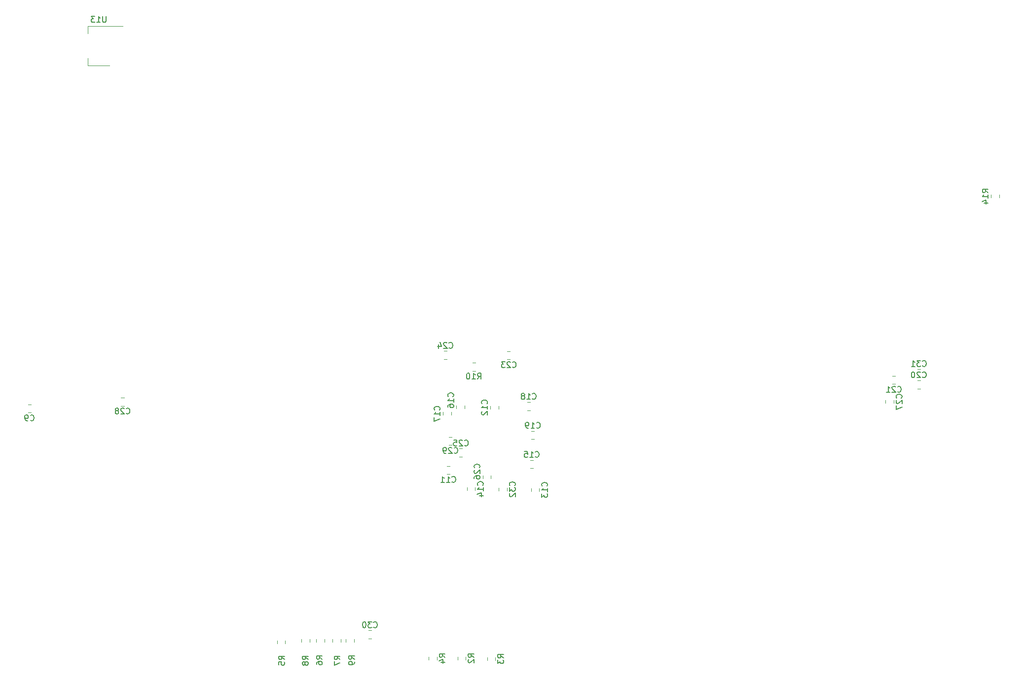
<source format=gbr>
G04 #@! TF.GenerationSoftware,KiCad,Pcbnew,5.0.2-bee76a0~70~ubuntu16.04.1*
G04 #@! TF.CreationDate,2021-08-21T15:35:53+02:00*
G04 #@! TF.ProjectId,IPCMemoryExpansionBoard,4950434d-656d-46f7-9279-457870616e73,rev?*
G04 #@! TF.SameCoordinates,Original*
G04 #@! TF.FileFunction,Legend,Bot*
G04 #@! TF.FilePolarity,Positive*
%FSLAX46Y46*%
G04 Gerber Fmt 4.6, Leading zero omitted, Abs format (unit mm)*
G04 Created by KiCad (PCBNEW 5.0.2-bee76a0~70~ubuntu16.04.1) date lör 21 aug 2021 15:35:53*
%MOMM*%
%LPD*%
G01*
G04 APERTURE LIST*
%ADD10C,0.120000*%
%ADD11C,0.150000*%
G04 APERTURE END LIST*
D10*
G04 #@! TO.C,R14*
X205030000Y-62984748D02*
X205030000Y-63507252D01*
X206450000Y-62984748D02*
X206450000Y-63507252D01*
G04 #@! TO.C,C9*
X39709348Y-100430400D02*
X40231852Y-100430400D01*
X39709348Y-99010400D02*
X40231852Y-99010400D01*
G04 #@! TO.C,C11*
X111609348Y-109576800D02*
X112131852Y-109576800D01*
X111609348Y-110996800D02*
X112131852Y-110996800D01*
G04 #@! TO.C,C12*
X119076400Y-99264948D02*
X119076400Y-99787452D01*
X120496400Y-99264948D02*
X120496400Y-99787452D01*
G04 #@! TO.C,C13*
X126086800Y-113942652D02*
X126086800Y-113420148D01*
X127506800Y-113942652D02*
X127506800Y-113420148D01*
G04 #@! TO.C,C14*
X116483200Y-113801252D02*
X116483200Y-113278748D01*
X115063200Y-113801252D02*
X115063200Y-113278748D01*
G04 #@! TO.C,C15*
X126439452Y-109980800D02*
X125916948Y-109980800D01*
X126439452Y-108560800D02*
X125916948Y-108560800D01*
G04 #@! TO.C,C16*
X113234400Y-99214148D02*
X113234400Y-99736652D01*
X114654400Y-99214148D02*
X114654400Y-99736652D01*
G04 #@! TO.C,C17*
X112368400Y-100331748D02*
X112368400Y-100854252D01*
X110948400Y-100331748D02*
X110948400Y-100854252D01*
G04 #@! TO.C,C18*
X125931452Y-98604000D02*
X125408948Y-98604000D01*
X125931452Y-100024000D02*
X125408948Y-100024000D01*
G04 #@! TO.C,C19*
X126642652Y-105002400D02*
X126120148Y-105002400D01*
X126642652Y-103582400D02*
X126120148Y-103582400D01*
G04 #@! TO.C,C20*
X192885852Y-94895600D02*
X192363348Y-94895600D01*
X192885852Y-96315600D02*
X192363348Y-96315600D01*
G04 #@! TO.C,C21*
X188088748Y-94095500D02*
X188611252Y-94095500D01*
X188088748Y-95515500D02*
X188611252Y-95515500D01*
G04 #@! TO.C,C23*
X121988948Y-89866400D02*
X122511452Y-89866400D01*
X121988948Y-91286400D02*
X122511452Y-91286400D01*
G04 #@! TO.C,C24*
X111631252Y-89841000D02*
X111108748Y-89841000D01*
X111631252Y-91261000D02*
X111108748Y-91261000D01*
G04 #@! TO.C,C25*
X114298252Y-106605000D02*
X113775748Y-106605000D01*
X114298252Y-108025000D02*
X113775748Y-108025000D01*
G04 #@! TO.C,C26*
X119201000Y-111244748D02*
X119201000Y-111767252D01*
X117781000Y-111244748D02*
X117781000Y-111767252D01*
G04 #@! TO.C,C27*
X186932500Y-98804252D02*
X186932500Y-98281748D01*
X188352500Y-98804252D02*
X188352500Y-98281748D01*
G04 #@! TO.C,C28*
X55703748Y-97830000D02*
X56226252Y-97830000D01*
X55703748Y-99250000D02*
X56226252Y-99250000D01*
G04 #@! TO.C,C29*
X111964948Y-106018400D02*
X112487452Y-106018400D01*
X111964948Y-104598400D02*
X112487452Y-104598400D01*
G04 #@! TO.C,C30*
X98677252Y-139267000D02*
X98154748Y-139267000D01*
X98677252Y-137847000D02*
X98154748Y-137847000D01*
G04 #@! TO.C,C31*
X192903852Y-92965200D02*
X192381348Y-92965200D01*
X192903852Y-94385200D02*
X192381348Y-94385200D01*
G04 #@! TO.C,C32*
X121969600Y-113850052D02*
X121969600Y-113327548D01*
X120549600Y-113850052D02*
X120549600Y-113327548D01*
G04 #@! TO.C,R2*
X114883000Y-142873252D02*
X114883000Y-142350748D01*
X113463000Y-142873252D02*
X113463000Y-142350748D01*
G04 #@! TO.C,R3*
X118543000Y-143000252D02*
X118543000Y-142477748D01*
X119963000Y-143000252D02*
X119963000Y-142477748D01*
G04 #@! TO.C,R4*
X109930000Y-142873252D02*
X109930000Y-142350748D01*
X108510000Y-142873252D02*
X108510000Y-142350748D01*
G04 #@! TO.C,R5*
X83895000Y-139574748D02*
X83895000Y-140097252D01*
X82475000Y-139574748D02*
X82475000Y-140097252D01*
G04 #@! TO.C,R6*
X89206000Y-139302748D02*
X89206000Y-139825252D01*
X90626000Y-139302748D02*
X90626000Y-139825252D01*
G04 #@! TO.C,R7*
X93420000Y-139302748D02*
X93420000Y-139825252D01*
X92000000Y-139302748D02*
X92000000Y-139825252D01*
G04 #@! TO.C,R8*
X88086000Y-139825252D02*
X88086000Y-139302748D01*
X86666000Y-139825252D02*
X86666000Y-139302748D01*
G04 #@! TO.C,R9*
X94286000Y-139320748D02*
X94286000Y-139843252D01*
X95706000Y-139320748D02*
X95706000Y-139843252D01*
G04 #@! TO.C,R10*
X115993748Y-91830000D02*
X116516252Y-91830000D01*
X115993748Y-93250000D02*
X116516252Y-93250000D01*
G04 #@! TO.C,U13*
X49969500Y-40811500D02*
X49969500Y-39551500D01*
X49969500Y-33991500D02*
X49969500Y-35251500D01*
X53729500Y-40811500D02*
X49969500Y-40811500D01*
X55979500Y-33991500D02*
X49969500Y-33991500D01*
G04 #@! TO.C,R14*
D11*
X204542380Y-62603142D02*
X204066190Y-62269809D01*
X204542380Y-62031714D02*
X203542380Y-62031714D01*
X203542380Y-62412666D01*
X203590000Y-62507904D01*
X203637619Y-62555523D01*
X203732857Y-62603142D01*
X203875714Y-62603142D01*
X203970952Y-62555523D01*
X204018571Y-62507904D01*
X204066190Y-62412666D01*
X204066190Y-62031714D01*
X204542380Y-63555523D02*
X204542380Y-62984095D01*
X204542380Y-63269809D02*
X203542380Y-63269809D01*
X203685238Y-63174571D01*
X203780476Y-63079333D01*
X203828095Y-62984095D01*
X203875714Y-64412666D02*
X204542380Y-64412666D01*
X203494761Y-64174571D02*
X204209047Y-63936476D01*
X204209047Y-64555523D01*
G04 #@! TO.C,C9*
X40137266Y-101727542D02*
X40184885Y-101775161D01*
X40327742Y-101822780D01*
X40422980Y-101822780D01*
X40565838Y-101775161D01*
X40661076Y-101679923D01*
X40708695Y-101584685D01*
X40756314Y-101394209D01*
X40756314Y-101251352D01*
X40708695Y-101060876D01*
X40661076Y-100965638D01*
X40565838Y-100870400D01*
X40422980Y-100822780D01*
X40327742Y-100822780D01*
X40184885Y-100870400D01*
X40137266Y-100918019D01*
X39661076Y-101822780D02*
X39470600Y-101822780D01*
X39375361Y-101775161D01*
X39327742Y-101727542D01*
X39232504Y-101584685D01*
X39184885Y-101394209D01*
X39184885Y-101013257D01*
X39232504Y-100918019D01*
X39280123Y-100870400D01*
X39375361Y-100822780D01*
X39565838Y-100822780D01*
X39661076Y-100870400D01*
X39708695Y-100918019D01*
X39756314Y-101013257D01*
X39756314Y-101251352D01*
X39708695Y-101346590D01*
X39661076Y-101394209D01*
X39565838Y-101441828D01*
X39375361Y-101441828D01*
X39280123Y-101394209D01*
X39232504Y-101346590D01*
X39184885Y-101251352D01*
G04 #@! TO.C,C11*
X112513457Y-112293942D02*
X112561076Y-112341561D01*
X112703933Y-112389180D01*
X112799171Y-112389180D01*
X112942028Y-112341561D01*
X113037266Y-112246323D01*
X113084885Y-112151085D01*
X113132504Y-111960609D01*
X113132504Y-111817752D01*
X113084885Y-111627276D01*
X113037266Y-111532038D01*
X112942028Y-111436800D01*
X112799171Y-111389180D01*
X112703933Y-111389180D01*
X112561076Y-111436800D01*
X112513457Y-111484419D01*
X111561076Y-112389180D02*
X112132504Y-112389180D01*
X111846790Y-112389180D02*
X111846790Y-111389180D01*
X111942028Y-111532038D01*
X112037266Y-111627276D01*
X112132504Y-111674895D01*
X110608695Y-112389180D02*
X111180123Y-112389180D01*
X110894409Y-112389180D02*
X110894409Y-111389180D01*
X110989647Y-111532038D01*
X111084885Y-111627276D01*
X111180123Y-111674895D01*
G04 #@! TO.C,C12*
X118493542Y-98883342D02*
X118541161Y-98835723D01*
X118588780Y-98692866D01*
X118588780Y-98597628D01*
X118541161Y-98454771D01*
X118445923Y-98359533D01*
X118350685Y-98311914D01*
X118160209Y-98264295D01*
X118017352Y-98264295D01*
X117826876Y-98311914D01*
X117731638Y-98359533D01*
X117636400Y-98454771D01*
X117588780Y-98597628D01*
X117588780Y-98692866D01*
X117636400Y-98835723D01*
X117684019Y-98883342D01*
X118588780Y-99835723D02*
X118588780Y-99264295D01*
X118588780Y-99550009D02*
X117588780Y-99550009D01*
X117731638Y-99454771D01*
X117826876Y-99359533D01*
X117874495Y-99264295D01*
X117684019Y-100216676D02*
X117636400Y-100264295D01*
X117588780Y-100359533D01*
X117588780Y-100597628D01*
X117636400Y-100692866D01*
X117684019Y-100740485D01*
X117779257Y-100788104D01*
X117874495Y-100788104D01*
X118017352Y-100740485D01*
X118588780Y-100169057D01*
X118588780Y-100788104D01*
G04 #@! TO.C,C13*
X128803942Y-113038542D02*
X128851561Y-112990923D01*
X128899180Y-112848066D01*
X128899180Y-112752828D01*
X128851561Y-112609971D01*
X128756323Y-112514733D01*
X128661085Y-112467114D01*
X128470609Y-112419495D01*
X128327752Y-112419495D01*
X128137276Y-112467114D01*
X128042038Y-112514733D01*
X127946800Y-112609971D01*
X127899180Y-112752828D01*
X127899180Y-112848066D01*
X127946800Y-112990923D01*
X127994419Y-113038542D01*
X128899180Y-113990923D02*
X128899180Y-113419495D01*
X128899180Y-113705209D02*
X127899180Y-113705209D01*
X128042038Y-113609971D01*
X128137276Y-113514733D01*
X128184895Y-113419495D01*
X127899180Y-114324257D02*
X127899180Y-114943304D01*
X128280133Y-114609971D01*
X128280133Y-114752828D01*
X128327752Y-114848066D01*
X128375371Y-114895685D01*
X128470609Y-114943304D01*
X128708704Y-114943304D01*
X128803942Y-114895685D01*
X128851561Y-114848066D01*
X128899180Y-114752828D01*
X128899180Y-114467114D01*
X128851561Y-114371876D01*
X128803942Y-114324257D01*
G04 #@! TO.C,C14*
X117780342Y-112897142D02*
X117827961Y-112849523D01*
X117875580Y-112706666D01*
X117875580Y-112611428D01*
X117827961Y-112468571D01*
X117732723Y-112373333D01*
X117637485Y-112325714D01*
X117447009Y-112278095D01*
X117304152Y-112278095D01*
X117113676Y-112325714D01*
X117018438Y-112373333D01*
X116923200Y-112468571D01*
X116875580Y-112611428D01*
X116875580Y-112706666D01*
X116923200Y-112849523D01*
X116970819Y-112897142D01*
X117875580Y-113849523D02*
X117875580Y-113278095D01*
X117875580Y-113563809D02*
X116875580Y-113563809D01*
X117018438Y-113468571D01*
X117113676Y-113373333D01*
X117161295Y-113278095D01*
X117208914Y-114706666D02*
X117875580Y-114706666D01*
X116827961Y-114468571D02*
X117542247Y-114230476D01*
X117542247Y-114849523D01*
G04 #@! TO.C,C15*
X126821057Y-107977942D02*
X126868676Y-108025561D01*
X127011533Y-108073180D01*
X127106771Y-108073180D01*
X127249628Y-108025561D01*
X127344866Y-107930323D01*
X127392485Y-107835085D01*
X127440104Y-107644609D01*
X127440104Y-107501752D01*
X127392485Y-107311276D01*
X127344866Y-107216038D01*
X127249628Y-107120800D01*
X127106771Y-107073180D01*
X127011533Y-107073180D01*
X126868676Y-107120800D01*
X126821057Y-107168419D01*
X125868676Y-108073180D02*
X126440104Y-108073180D01*
X126154390Y-108073180D02*
X126154390Y-107073180D01*
X126249628Y-107216038D01*
X126344866Y-107311276D01*
X126440104Y-107358895D01*
X124963914Y-107073180D02*
X125440104Y-107073180D01*
X125487723Y-107549371D01*
X125440104Y-107501752D01*
X125344866Y-107454133D01*
X125106771Y-107454133D01*
X125011533Y-107501752D01*
X124963914Y-107549371D01*
X124916295Y-107644609D01*
X124916295Y-107882704D01*
X124963914Y-107977942D01*
X125011533Y-108025561D01*
X125106771Y-108073180D01*
X125344866Y-108073180D01*
X125440104Y-108025561D01*
X125487723Y-107977942D01*
G04 #@! TO.C,C16*
X112688642Y-97655142D02*
X112736261Y-97607523D01*
X112783880Y-97464666D01*
X112783880Y-97369428D01*
X112736261Y-97226571D01*
X112641023Y-97131333D01*
X112545785Y-97083714D01*
X112355309Y-97036095D01*
X112212452Y-97036095D01*
X112021976Y-97083714D01*
X111926738Y-97131333D01*
X111831500Y-97226571D01*
X111783880Y-97369428D01*
X111783880Y-97464666D01*
X111831500Y-97607523D01*
X111879119Y-97655142D01*
X112783880Y-98607523D02*
X112783880Y-98036095D01*
X112783880Y-98321809D02*
X111783880Y-98321809D01*
X111926738Y-98226571D01*
X112021976Y-98131333D01*
X112069595Y-98036095D01*
X111783880Y-99464666D02*
X111783880Y-99274190D01*
X111831500Y-99178952D01*
X111879119Y-99131333D01*
X112021976Y-99036095D01*
X112212452Y-98988476D01*
X112593404Y-98988476D01*
X112688642Y-99036095D01*
X112736261Y-99083714D01*
X112783880Y-99178952D01*
X112783880Y-99369428D01*
X112736261Y-99464666D01*
X112688642Y-99512285D01*
X112593404Y-99559904D01*
X112355309Y-99559904D01*
X112260071Y-99512285D01*
X112212452Y-99464666D01*
X112164833Y-99369428D01*
X112164833Y-99178952D01*
X112212452Y-99083714D01*
X112260071Y-99036095D01*
X112355309Y-98988476D01*
G04 #@! TO.C,C17*
X110365542Y-99950142D02*
X110413161Y-99902523D01*
X110460780Y-99759666D01*
X110460780Y-99664428D01*
X110413161Y-99521571D01*
X110317923Y-99426333D01*
X110222685Y-99378714D01*
X110032209Y-99331095D01*
X109889352Y-99331095D01*
X109698876Y-99378714D01*
X109603638Y-99426333D01*
X109508400Y-99521571D01*
X109460780Y-99664428D01*
X109460780Y-99759666D01*
X109508400Y-99902523D01*
X109556019Y-99950142D01*
X110460780Y-100902523D02*
X110460780Y-100331095D01*
X110460780Y-100616809D02*
X109460780Y-100616809D01*
X109603638Y-100521571D01*
X109698876Y-100426333D01*
X109746495Y-100331095D01*
X109460780Y-101235857D02*
X109460780Y-101902523D01*
X110460780Y-101473952D01*
G04 #@! TO.C,C18*
X126313057Y-98021142D02*
X126360676Y-98068761D01*
X126503533Y-98116380D01*
X126598771Y-98116380D01*
X126741628Y-98068761D01*
X126836866Y-97973523D01*
X126884485Y-97878285D01*
X126932104Y-97687809D01*
X126932104Y-97544952D01*
X126884485Y-97354476D01*
X126836866Y-97259238D01*
X126741628Y-97164000D01*
X126598771Y-97116380D01*
X126503533Y-97116380D01*
X126360676Y-97164000D01*
X126313057Y-97211619D01*
X125360676Y-98116380D02*
X125932104Y-98116380D01*
X125646390Y-98116380D02*
X125646390Y-97116380D01*
X125741628Y-97259238D01*
X125836866Y-97354476D01*
X125932104Y-97402095D01*
X124789247Y-97544952D02*
X124884485Y-97497333D01*
X124932104Y-97449714D01*
X124979723Y-97354476D01*
X124979723Y-97306857D01*
X124932104Y-97211619D01*
X124884485Y-97164000D01*
X124789247Y-97116380D01*
X124598771Y-97116380D01*
X124503533Y-97164000D01*
X124455914Y-97211619D01*
X124408295Y-97306857D01*
X124408295Y-97354476D01*
X124455914Y-97449714D01*
X124503533Y-97497333D01*
X124598771Y-97544952D01*
X124789247Y-97544952D01*
X124884485Y-97592571D01*
X124932104Y-97640190D01*
X124979723Y-97735428D01*
X124979723Y-97925904D01*
X124932104Y-98021142D01*
X124884485Y-98068761D01*
X124789247Y-98116380D01*
X124598771Y-98116380D01*
X124503533Y-98068761D01*
X124455914Y-98021142D01*
X124408295Y-97925904D01*
X124408295Y-97735428D01*
X124455914Y-97640190D01*
X124503533Y-97592571D01*
X124598771Y-97544952D01*
G04 #@! TO.C,C19*
X127024257Y-102999542D02*
X127071876Y-103047161D01*
X127214733Y-103094780D01*
X127309971Y-103094780D01*
X127452828Y-103047161D01*
X127548066Y-102951923D01*
X127595685Y-102856685D01*
X127643304Y-102666209D01*
X127643304Y-102523352D01*
X127595685Y-102332876D01*
X127548066Y-102237638D01*
X127452828Y-102142400D01*
X127309971Y-102094780D01*
X127214733Y-102094780D01*
X127071876Y-102142400D01*
X127024257Y-102190019D01*
X126071876Y-103094780D02*
X126643304Y-103094780D01*
X126357590Y-103094780D02*
X126357590Y-102094780D01*
X126452828Y-102237638D01*
X126548066Y-102332876D01*
X126643304Y-102380495D01*
X125595685Y-103094780D02*
X125405209Y-103094780D01*
X125309971Y-103047161D01*
X125262352Y-102999542D01*
X125167114Y-102856685D01*
X125119495Y-102666209D01*
X125119495Y-102285257D01*
X125167114Y-102190019D01*
X125214733Y-102142400D01*
X125309971Y-102094780D01*
X125500447Y-102094780D01*
X125595685Y-102142400D01*
X125643304Y-102190019D01*
X125690923Y-102285257D01*
X125690923Y-102523352D01*
X125643304Y-102618590D01*
X125595685Y-102666209D01*
X125500447Y-102713828D01*
X125309971Y-102713828D01*
X125214733Y-102666209D01*
X125167114Y-102618590D01*
X125119495Y-102523352D01*
G04 #@! TO.C,C20*
X193267457Y-94312742D02*
X193315076Y-94360361D01*
X193457933Y-94407980D01*
X193553171Y-94407980D01*
X193696028Y-94360361D01*
X193791266Y-94265123D01*
X193838885Y-94169885D01*
X193886504Y-93979409D01*
X193886504Y-93836552D01*
X193838885Y-93646076D01*
X193791266Y-93550838D01*
X193696028Y-93455600D01*
X193553171Y-93407980D01*
X193457933Y-93407980D01*
X193315076Y-93455600D01*
X193267457Y-93503219D01*
X192886504Y-93503219D02*
X192838885Y-93455600D01*
X192743647Y-93407980D01*
X192505552Y-93407980D01*
X192410314Y-93455600D01*
X192362695Y-93503219D01*
X192315076Y-93598457D01*
X192315076Y-93693695D01*
X192362695Y-93836552D01*
X192934123Y-94407980D01*
X192315076Y-94407980D01*
X191696028Y-93407980D02*
X191600790Y-93407980D01*
X191505552Y-93455600D01*
X191457933Y-93503219D01*
X191410314Y-93598457D01*
X191362695Y-93788933D01*
X191362695Y-94027028D01*
X191410314Y-94217504D01*
X191457933Y-94312742D01*
X191505552Y-94360361D01*
X191600790Y-94407980D01*
X191696028Y-94407980D01*
X191791266Y-94360361D01*
X191838885Y-94312742D01*
X191886504Y-94217504D01*
X191934123Y-94027028D01*
X191934123Y-93788933D01*
X191886504Y-93598457D01*
X191838885Y-93503219D01*
X191791266Y-93455600D01*
X191696028Y-93407980D01*
G04 #@! TO.C,C21*
X188992857Y-96812642D02*
X189040476Y-96860261D01*
X189183333Y-96907880D01*
X189278571Y-96907880D01*
X189421428Y-96860261D01*
X189516666Y-96765023D01*
X189564285Y-96669785D01*
X189611904Y-96479309D01*
X189611904Y-96336452D01*
X189564285Y-96145976D01*
X189516666Y-96050738D01*
X189421428Y-95955500D01*
X189278571Y-95907880D01*
X189183333Y-95907880D01*
X189040476Y-95955500D01*
X188992857Y-96003119D01*
X188611904Y-96003119D02*
X188564285Y-95955500D01*
X188469047Y-95907880D01*
X188230952Y-95907880D01*
X188135714Y-95955500D01*
X188088095Y-96003119D01*
X188040476Y-96098357D01*
X188040476Y-96193595D01*
X188088095Y-96336452D01*
X188659523Y-96907880D01*
X188040476Y-96907880D01*
X187088095Y-96907880D02*
X187659523Y-96907880D01*
X187373809Y-96907880D02*
X187373809Y-95907880D01*
X187469047Y-96050738D01*
X187564285Y-96145976D01*
X187659523Y-96193595D01*
G04 #@! TO.C,C23*
X122893057Y-92583542D02*
X122940676Y-92631161D01*
X123083533Y-92678780D01*
X123178771Y-92678780D01*
X123321628Y-92631161D01*
X123416866Y-92535923D01*
X123464485Y-92440685D01*
X123512104Y-92250209D01*
X123512104Y-92107352D01*
X123464485Y-91916876D01*
X123416866Y-91821638D01*
X123321628Y-91726400D01*
X123178771Y-91678780D01*
X123083533Y-91678780D01*
X122940676Y-91726400D01*
X122893057Y-91774019D01*
X122512104Y-91774019D02*
X122464485Y-91726400D01*
X122369247Y-91678780D01*
X122131152Y-91678780D01*
X122035914Y-91726400D01*
X121988295Y-91774019D01*
X121940676Y-91869257D01*
X121940676Y-91964495D01*
X121988295Y-92107352D01*
X122559723Y-92678780D01*
X121940676Y-92678780D01*
X121607342Y-91678780D02*
X120988295Y-91678780D01*
X121321628Y-92059733D01*
X121178771Y-92059733D01*
X121083533Y-92107352D01*
X121035914Y-92154971D01*
X120988295Y-92250209D01*
X120988295Y-92488304D01*
X121035914Y-92583542D01*
X121083533Y-92631161D01*
X121178771Y-92678780D01*
X121464485Y-92678780D01*
X121559723Y-92631161D01*
X121607342Y-92583542D01*
G04 #@! TO.C,C24*
X112012857Y-89258142D02*
X112060476Y-89305761D01*
X112203333Y-89353380D01*
X112298571Y-89353380D01*
X112441428Y-89305761D01*
X112536666Y-89210523D01*
X112584285Y-89115285D01*
X112631904Y-88924809D01*
X112631904Y-88781952D01*
X112584285Y-88591476D01*
X112536666Y-88496238D01*
X112441428Y-88401000D01*
X112298571Y-88353380D01*
X112203333Y-88353380D01*
X112060476Y-88401000D01*
X112012857Y-88448619D01*
X111631904Y-88448619D02*
X111584285Y-88401000D01*
X111489047Y-88353380D01*
X111250952Y-88353380D01*
X111155714Y-88401000D01*
X111108095Y-88448619D01*
X111060476Y-88543857D01*
X111060476Y-88639095D01*
X111108095Y-88781952D01*
X111679523Y-89353380D01*
X111060476Y-89353380D01*
X110203333Y-88686714D02*
X110203333Y-89353380D01*
X110441428Y-88305761D02*
X110679523Y-89020047D01*
X110060476Y-89020047D01*
G04 #@! TO.C,C25*
X114679857Y-106022142D02*
X114727476Y-106069761D01*
X114870333Y-106117380D01*
X114965571Y-106117380D01*
X115108428Y-106069761D01*
X115203666Y-105974523D01*
X115251285Y-105879285D01*
X115298904Y-105688809D01*
X115298904Y-105545952D01*
X115251285Y-105355476D01*
X115203666Y-105260238D01*
X115108428Y-105165000D01*
X114965571Y-105117380D01*
X114870333Y-105117380D01*
X114727476Y-105165000D01*
X114679857Y-105212619D01*
X114298904Y-105212619D02*
X114251285Y-105165000D01*
X114156047Y-105117380D01*
X113917952Y-105117380D01*
X113822714Y-105165000D01*
X113775095Y-105212619D01*
X113727476Y-105307857D01*
X113727476Y-105403095D01*
X113775095Y-105545952D01*
X114346523Y-106117380D01*
X113727476Y-106117380D01*
X112822714Y-105117380D02*
X113298904Y-105117380D01*
X113346523Y-105593571D01*
X113298904Y-105545952D01*
X113203666Y-105498333D01*
X112965571Y-105498333D01*
X112870333Y-105545952D01*
X112822714Y-105593571D01*
X112775095Y-105688809D01*
X112775095Y-105926904D01*
X112822714Y-106022142D01*
X112870333Y-106069761D01*
X112965571Y-106117380D01*
X113203666Y-106117380D01*
X113298904Y-106069761D01*
X113346523Y-106022142D01*
G04 #@! TO.C,C26*
X117197142Y-109910642D02*
X117244761Y-109863023D01*
X117292380Y-109720166D01*
X117292380Y-109624928D01*
X117244761Y-109482071D01*
X117149523Y-109386833D01*
X117054285Y-109339214D01*
X116863809Y-109291595D01*
X116720952Y-109291595D01*
X116530476Y-109339214D01*
X116435238Y-109386833D01*
X116340000Y-109482071D01*
X116292380Y-109624928D01*
X116292380Y-109720166D01*
X116340000Y-109863023D01*
X116387619Y-109910642D01*
X116387619Y-110291595D02*
X116340000Y-110339214D01*
X116292380Y-110434452D01*
X116292380Y-110672547D01*
X116340000Y-110767785D01*
X116387619Y-110815404D01*
X116482857Y-110863023D01*
X116578095Y-110863023D01*
X116720952Y-110815404D01*
X117292380Y-110243976D01*
X117292380Y-110863023D01*
X116292380Y-111720166D02*
X116292380Y-111529690D01*
X116340000Y-111434452D01*
X116387619Y-111386833D01*
X116530476Y-111291595D01*
X116720952Y-111243976D01*
X117101904Y-111243976D01*
X117197142Y-111291595D01*
X117244761Y-111339214D01*
X117292380Y-111434452D01*
X117292380Y-111624928D01*
X117244761Y-111720166D01*
X117197142Y-111767785D01*
X117101904Y-111815404D01*
X116863809Y-111815404D01*
X116768571Y-111767785D01*
X116720952Y-111720166D01*
X116673333Y-111624928D01*
X116673333Y-111434452D01*
X116720952Y-111339214D01*
X116768571Y-111291595D01*
X116863809Y-111243976D01*
G04 #@! TO.C,C27*
X189649642Y-97900142D02*
X189697261Y-97852523D01*
X189744880Y-97709666D01*
X189744880Y-97614428D01*
X189697261Y-97471571D01*
X189602023Y-97376333D01*
X189506785Y-97328714D01*
X189316309Y-97281095D01*
X189173452Y-97281095D01*
X188982976Y-97328714D01*
X188887738Y-97376333D01*
X188792500Y-97471571D01*
X188744880Y-97614428D01*
X188744880Y-97709666D01*
X188792500Y-97852523D01*
X188840119Y-97900142D01*
X188840119Y-98281095D02*
X188792500Y-98328714D01*
X188744880Y-98423952D01*
X188744880Y-98662047D01*
X188792500Y-98757285D01*
X188840119Y-98804904D01*
X188935357Y-98852523D01*
X189030595Y-98852523D01*
X189173452Y-98804904D01*
X189744880Y-98233476D01*
X189744880Y-98852523D01*
X188744880Y-99185857D02*
X188744880Y-99852523D01*
X189744880Y-99423952D01*
G04 #@! TO.C,C28*
X56607857Y-100547142D02*
X56655476Y-100594761D01*
X56798333Y-100642380D01*
X56893571Y-100642380D01*
X57036428Y-100594761D01*
X57131666Y-100499523D01*
X57179285Y-100404285D01*
X57226904Y-100213809D01*
X57226904Y-100070952D01*
X57179285Y-99880476D01*
X57131666Y-99785238D01*
X57036428Y-99690000D01*
X56893571Y-99642380D01*
X56798333Y-99642380D01*
X56655476Y-99690000D01*
X56607857Y-99737619D01*
X56226904Y-99737619D02*
X56179285Y-99690000D01*
X56084047Y-99642380D01*
X55845952Y-99642380D01*
X55750714Y-99690000D01*
X55703095Y-99737619D01*
X55655476Y-99832857D01*
X55655476Y-99928095D01*
X55703095Y-100070952D01*
X56274523Y-100642380D01*
X55655476Y-100642380D01*
X55084047Y-100070952D02*
X55179285Y-100023333D01*
X55226904Y-99975714D01*
X55274523Y-99880476D01*
X55274523Y-99832857D01*
X55226904Y-99737619D01*
X55179285Y-99690000D01*
X55084047Y-99642380D01*
X54893571Y-99642380D01*
X54798333Y-99690000D01*
X54750714Y-99737619D01*
X54703095Y-99832857D01*
X54703095Y-99880476D01*
X54750714Y-99975714D01*
X54798333Y-100023333D01*
X54893571Y-100070952D01*
X55084047Y-100070952D01*
X55179285Y-100118571D01*
X55226904Y-100166190D01*
X55274523Y-100261428D01*
X55274523Y-100451904D01*
X55226904Y-100547142D01*
X55179285Y-100594761D01*
X55084047Y-100642380D01*
X54893571Y-100642380D01*
X54798333Y-100594761D01*
X54750714Y-100547142D01*
X54703095Y-100451904D01*
X54703095Y-100261428D01*
X54750714Y-100166190D01*
X54798333Y-100118571D01*
X54893571Y-100070952D01*
G04 #@! TO.C,C29*
X112869057Y-107315542D02*
X112916676Y-107363161D01*
X113059533Y-107410780D01*
X113154771Y-107410780D01*
X113297628Y-107363161D01*
X113392866Y-107267923D01*
X113440485Y-107172685D01*
X113488104Y-106982209D01*
X113488104Y-106839352D01*
X113440485Y-106648876D01*
X113392866Y-106553638D01*
X113297628Y-106458400D01*
X113154771Y-106410780D01*
X113059533Y-106410780D01*
X112916676Y-106458400D01*
X112869057Y-106506019D01*
X112488104Y-106506019D02*
X112440485Y-106458400D01*
X112345247Y-106410780D01*
X112107152Y-106410780D01*
X112011914Y-106458400D01*
X111964295Y-106506019D01*
X111916676Y-106601257D01*
X111916676Y-106696495D01*
X111964295Y-106839352D01*
X112535723Y-107410780D01*
X111916676Y-107410780D01*
X111440485Y-107410780D02*
X111250009Y-107410780D01*
X111154771Y-107363161D01*
X111107152Y-107315542D01*
X111011914Y-107172685D01*
X110964295Y-106982209D01*
X110964295Y-106601257D01*
X111011914Y-106506019D01*
X111059533Y-106458400D01*
X111154771Y-106410780D01*
X111345247Y-106410780D01*
X111440485Y-106458400D01*
X111488104Y-106506019D01*
X111535723Y-106601257D01*
X111535723Y-106839352D01*
X111488104Y-106934590D01*
X111440485Y-106982209D01*
X111345247Y-107029828D01*
X111154771Y-107029828D01*
X111059533Y-106982209D01*
X111011914Y-106934590D01*
X110964295Y-106839352D01*
G04 #@! TO.C,C30*
X99058857Y-137264142D02*
X99106476Y-137311761D01*
X99249333Y-137359380D01*
X99344571Y-137359380D01*
X99487428Y-137311761D01*
X99582666Y-137216523D01*
X99630285Y-137121285D01*
X99677904Y-136930809D01*
X99677904Y-136787952D01*
X99630285Y-136597476D01*
X99582666Y-136502238D01*
X99487428Y-136407000D01*
X99344571Y-136359380D01*
X99249333Y-136359380D01*
X99106476Y-136407000D01*
X99058857Y-136454619D01*
X98725523Y-136359380D02*
X98106476Y-136359380D01*
X98439809Y-136740333D01*
X98296952Y-136740333D01*
X98201714Y-136787952D01*
X98154095Y-136835571D01*
X98106476Y-136930809D01*
X98106476Y-137168904D01*
X98154095Y-137264142D01*
X98201714Y-137311761D01*
X98296952Y-137359380D01*
X98582666Y-137359380D01*
X98677904Y-137311761D01*
X98725523Y-137264142D01*
X97487428Y-136359380D02*
X97392190Y-136359380D01*
X97296952Y-136407000D01*
X97249333Y-136454619D01*
X97201714Y-136549857D01*
X97154095Y-136740333D01*
X97154095Y-136978428D01*
X97201714Y-137168904D01*
X97249333Y-137264142D01*
X97296952Y-137311761D01*
X97392190Y-137359380D01*
X97487428Y-137359380D01*
X97582666Y-137311761D01*
X97630285Y-137264142D01*
X97677904Y-137168904D01*
X97725523Y-136978428D01*
X97725523Y-136740333D01*
X97677904Y-136549857D01*
X97630285Y-136454619D01*
X97582666Y-136407000D01*
X97487428Y-136359380D01*
G04 #@! TO.C,C31*
X193285457Y-92382342D02*
X193333076Y-92429961D01*
X193475933Y-92477580D01*
X193571171Y-92477580D01*
X193714028Y-92429961D01*
X193809266Y-92334723D01*
X193856885Y-92239485D01*
X193904504Y-92049009D01*
X193904504Y-91906152D01*
X193856885Y-91715676D01*
X193809266Y-91620438D01*
X193714028Y-91525200D01*
X193571171Y-91477580D01*
X193475933Y-91477580D01*
X193333076Y-91525200D01*
X193285457Y-91572819D01*
X192952123Y-91477580D02*
X192333076Y-91477580D01*
X192666409Y-91858533D01*
X192523552Y-91858533D01*
X192428314Y-91906152D01*
X192380695Y-91953771D01*
X192333076Y-92049009D01*
X192333076Y-92287104D01*
X192380695Y-92382342D01*
X192428314Y-92429961D01*
X192523552Y-92477580D01*
X192809266Y-92477580D01*
X192904504Y-92429961D01*
X192952123Y-92382342D01*
X191380695Y-92477580D02*
X191952123Y-92477580D01*
X191666409Y-92477580D02*
X191666409Y-91477580D01*
X191761647Y-91620438D01*
X191856885Y-91715676D01*
X191952123Y-91763295D01*
G04 #@! TO.C,C32*
X123266742Y-112945942D02*
X123314361Y-112898323D01*
X123361980Y-112755466D01*
X123361980Y-112660228D01*
X123314361Y-112517371D01*
X123219123Y-112422133D01*
X123123885Y-112374514D01*
X122933409Y-112326895D01*
X122790552Y-112326895D01*
X122600076Y-112374514D01*
X122504838Y-112422133D01*
X122409600Y-112517371D01*
X122361980Y-112660228D01*
X122361980Y-112755466D01*
X122409600Y-112898323D01*
X122457219Y-112945942D01*
X122361980Y-113279276D02*
X122361980Y-113898323D01*
X122742933Y-113564990D01*
X122742933Y-113707847D01*
X122790552Y-113803085D01*
X122838171Y-113850704D01*
X122933409Y-113898323D01*
X123171504Y-113898323D01*
X123266742Y-113850704D01*
X123314361Y-113803085D01*
X123361980Y-113707847D01*
X123361980Y-113422133D01*
X123314361Y-113326895D01*
X123266742Y-113279276D01*
X122457219Y-114279276D02*
X122409600Y-114326895D01*
X122361980Y-114422133D01*
X122361980Y-114660228D01*
X122409600Y-114755466D01*
X122457219Y-114803085D01*
X122552457Y-114850704D01*
X122647695Y-114850704D01*
X122790552Y-114803085D01*
X123361980Y-114231657D01*
X123361980Y-114850704D01*
G04 #@! TO.C,R2*
X116275380Y-142445333D02*
X115799190Y-142112000D01*
X116275380Y-141873904D02*
X115275380Y-141873904D01*
X115275380Y-142254857D01*
X115323000Y-142350095D01*
X115370619Y-142397714D01*
X115465857Y-142445333D01*
X115608714Y-142445333D01*
X115703952Y-142397714D01*
X115751571Y-142350095D01*
X115799190Y-142254857D01*
X115799190Y-141873904D01*
X115370619Y-142826285D02*
X115323000Y-142873904D01*
X115275380Y-142969142D01*
X115275380Y-143207238D01*
X115323000Y-143302476D01*
X115370619Y-143350095D01*
X115465857Y-143397714D01*
X115561095Y-143397714D01*
X115703952Y-143350095D01*
X116275380Y-142778666D01*
X116275380Y-143397714D01*
G04 #@! TO.C,R3*
X121355380Y-142572333D02*
X120879190Y-142239000D01*
X121355380Y-142000904D02*
X120355380Y-142000904D01*
X120355380Y-142381857D01*
X120403000Y-142477095D01*
X120450619Y-142524714D01*
X120545857Y-142572333D01*
X120688714Y-142572333D01*
X120783952Y-142524714D01*
X120831571Y-142477095D01*
X120879190Y-142381857D01*
X120879190Y-142000904D01*
X120355380Y-142905666D02*
X120355380Y-143524714D01*
X120736333Y-143191380D01*
X120736333Y-143334238D01*
X120783952Y-143429476D01*
X120831571Y-143477095D01*
X120926809Y-143524714D01*
X121164904Y-143524714D01*
X121260142Y-143477095D01*
X121307761Y-143429476D01*
X121355380Y-143334238D01*
X121355380Y-143048523D01*
X121307761Y-142953285D01*
X121260142Y-142905666D01*
G04 #@! TO.C,R4*
X111322380Y-142445333D02*
X110846190Y-142112000D01*
X111322380Y-141873904D02*
X110322380Y-141873904D01*
X110322380Y-142254857D01*
X110370000Y-142350095D01*
X110417619Y-142397714D01*
X110512857Y-142445333D01*
X110655714Y-142445333D01*
X110750952Y-142397714D01*
X110798571Y-142350095D01*
X110846190Y-142254857D01*
X110846190Y-141873904D01*
X110655714Y-143302476D02*
X111322380Y-143302476D01*
X110274761Y-143064380D02*
X110989047Y-142826285D01*
X110989047Y-143445333D01*
G04 #@! TO.C,R5*
X83764380Y-142835333D02*
X83288190Y-142502000D01*
X83764380Y-142263904D02*
X82764380Y-142263904D01*
X82764380Y-142644857D01*
X82812000Y-142740095D01*
X82859619Y-142787714D01*
X82954857Y-142835333D01*
X83097714Y-142835333D01*
X83192952Y-142787714D01*
X83240571Y-142740095D01*
X83288190Y-142644857D01*
X83288190Y-142263904D01*
X82764380Y-143740095D02*
X82764380Y-143263904D01*
X83240571Y-143216285D01*
X83192952Y-143263904D01*
X83145333Y-143359142D01*
X83145333Y-143597238D01*
X83192952Y-143692476D01*
X83240571Y-143740095D01*
X83335809Y-143787714D01*
X83573904Y-143787714D01*
X83669142Y-143740095D01*
X83716761Y-143692476D01*
X83764380Y-143597238D01*
X83764380Y-143359142D01*
X83716761Y-143263904D01*
X83669142Y-143216285D01*
G04 #@! TO.C,R6*
X90241380Y-142771833D02*
X89765190Y-142438500D01*
X90241380Y-142200404D02*
X89241380Y-142200404D01*
X89241380Y-142581357D01*
X89289000Y-142676595D01*
X89336619Y-142724214D01*
X89431857Y-142771833D01*
X89574714Y-142771833D01*
X89669952Y-142724214D01*
X89717571Y-142676595D01*
X89765190Y-142581357D01*
X89765190Y-142200404D01*
X89241380Y-143628976D02*
X89241380Y-143438500D01*
X89289000Y-143343261D01*
X89336619Y-143295642D01*
X89479476Y-143200404D01*
X89669952Y-143152785D01*
X90050904Y-143152785D01*
X90146142Y-143200404D01*
X90193761Y-143248023D01*
X90241380Y-143343261D01*
X90241380Y-143533738D01*
X90193761Y-143628976D01*
X90146142Y-143676595D01*
X90050904Y-143724214D01*
X89812809Y-143724214D01*
X89717571Y-143676595D01*
X89669952Y-143628976D01*
X89622333Y-143533738D01*
X89622333Y-143343261D01*
X89669952Y-143248023D01*
X89717571Y-143200404D01*
X89812809Y-143152785D01*
G04 #@! TO.C,R7*
X93289380Y-142835333D02*
X92813190Y-142502000D01*
X93289380Y-142263904D02*
X92289380Y-142263904D01*
X92289380Y-142644857D01*
X92337000Y-142740095D01*
X92384619Y-142787714D01*
X92479857Y-142835333D01*
X92622714Y-142835333D01*
X92717952Y-142787714D01*
X92765571Y-142740095D01*
X92813190Y-142644857D01*
X92813190Y-142263904D01*
X92289380Y-143168666D02*
X92289380Y-143835333D01*
X93289380Y-143406761D01*
G04 #@! TO.C,R8*
X87828380Y-142835333D02*
X87352190Y-142502000D01*
X87828380Y-142263904D02*
X86828380Y-142263904D01*
X86828380Y-142644857D01*
X86876000Y-142740095D01*
X86923619Y-142787714D01*
X87018857Y-142835333D01*
X87161714Y-142835333D01*
X87256952Y-142787714D01*
X87304571Y-142740095D01*
X87352190Y-142644857D01*
X87352190Y-142263904D01*
X87256952Y-143406761D02*
X87209333Y-143311523D01*
X87161714Y-143263904D01*
X87066476Y-143216285D01*
X87018857Y-143216285D01*
X86923619Y-143263904D01*
X86876000Y-143311523D01*
X86828380Y-143406761D01*
X86828380Y-143597238D01*
X86876000Y-143692476D01*
X86923619Y-143740095D01*
X87018857Y-143787714D01*
X87066476Y-143787714D01*
X87161714Y-143740095D01*
X87209333Y-143692476D01*
X87256952Y-143597238D01*
X87256952Y-143406761D01*
X87304571Y-143311523D01*
X87352190Y-143263904D01*
X87447428Y-143216285D01*
X87637904Y-143216285D01*
X87733142Y-143263904D01*
X87780761Y-143311523D01*
X87828380Y-143406761D01*
X87828380Y-143597238D01*
X87780761Y-143692476D01*
X87733142Y-143740095D01*
X87637904Y-143787714D01*
X87447428Y-143787714D01*
X87352190Y-143740095D01*
X87304571Y-143692476D01*
X87256952Y-143597238D01*
G04 #@! TO.C,R9*
X95765880Y-142771833D02*
X95289690Y-142438500D01*
X95765880Y-142200404D02*
X94765880Y-142200404D01*
X94765880Y-142581357D01*
X94813500Y-142676595D01*
X94861119Y-142724214D01*
X94956357Y-142771833D01*
X95099214Y-142771833D01*
X95194452Y-142724214D01*
X95242071Y-142676595D01*
X95289690Y-142581357D01*
X95289690Y-142200404D01*
X95765880Y-143248023D02*
X95765880Y-143438500D01*
X95718261Y-143533738D01*
X95670642Y-143581357D01*
X95527785Y-143676595D01*
X95337309Y-143724214D01*
X94956357Y-143724214D01*
X94861119Y-143676595D01*
X94813500Y-143628976D01*
X94765880Y-143533738D01*
X94765880Y-143343261D01*
X94813500Y-143248023D01*
X94861119Y-143200404D01*
X94956357Y-143152785D01*
X95194452Y-143152785D01*
X95289690Y-143200404D01*
X95337309Y-143248023D01*
X95384928Y-143343261D01*
X95384928Y-143533738D01*
X95337309Y-143628976D01*
X95289690Y-143676595D01*
X95194452Y-143724214D01*
G04 #@! TO.C,R10*
X116897857Y-94642380D02*
X117231190Y-94166190D01*
X117469285Y-94642380D02*
X117469285Y-93642380D01*
X117088333Y-93642380D01*
X116993095Y-93690000D01*
X116945476Y-93737619D01*
X116897857Y-93832857D01*
X116897857Y-93975714D01*
X116945476Y-94070952D01*
X116993095Y-94118571D01*
X117088333Y-94166190D01*
X117469285Y-94166190D01*
X115945476Y-94642380D02*
X116516904Y-94642380D01*
X116231190Y-94642380D02*
X116231190Y-93642380D01*
X116326428Y-93785238D01*
X116421666Y-93880476D01*
X116516904Y-93928095D01*
X115326428Y-93642380D02*
X115231190Y-93642380D01*
X115135952Y-93690000D01*
X115088333Y-93737619D01*
X115040714Y-93832857D01*
X114993095Y-94023333D01*
X114993095Y-94261428D01*
X115040714Y-94451904D01*
X115088333Y-94547142D01*
X115135952Y-94594761D01*
X115231190Y-94642380D01*
X115326428Y-94642380D01*
X115421666Y-94594761D01*
X115469285Y-94547142D01*
X115516904Y-94451904D01*
X115564523Y-94261428D01*
X115564523Y-94023333D01*
X115516904Y-93832857D01*
X115469285Y-93737619D01*
X115421666Y-93690000D01*
X115326428Y-93642380D01*
G04 #@! TO.C,U13*
X53117595Y-32353880D02*
X53117595Y-33163404D01*
X53069976Y-33258642D01*
X53022357Y-33306261D01*
X52927119Y-33353880D01*
X52736642Y-33353880D01*
X52641404Y-33306261D01*
X52593785Y-33258642D01*
X52546166Y-33163404D01*
X52546166Y-32353880D01*
X51546166Y-33353880D02*
X52117595Y-33353880D01*
X51831880Y-33353880D02*
X51831880Y-32353880D01*
X51927119Y-32496738D01*
X52022357Y-32591976D01*
X52117595Y-32639595D01*
X51212833Y-32353880D02*
X50593785Y-32353880D01*
X50927119Y-32734833D01*
X50784261Y-32734833D01*
X50689023Y-32782452D01*
X50641404Y-32830071D01*
X50593785Y-32925309D01*
X50593785Y-33163404D01*
X50641404Y-33258642D01*
X50689023Y-33306261D01*
X50784261Y-33353880D01*
X51069976Y-33353880D01*
X51165214Y-33306261D01*
X51212833Y-33258642D01*
G04 #@! TD*
M02*

</source>
